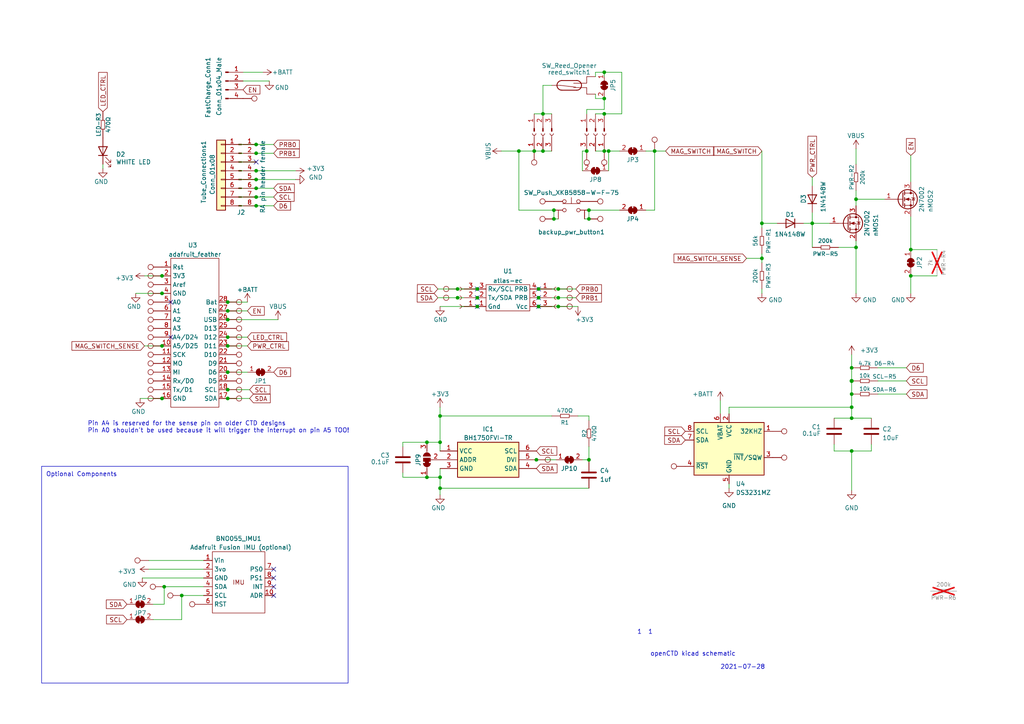
<source format=kicad_sch>
(kicad_sch (version 20231120) (generator "eeschema") (generator_version "8.0")
  (paper "A4")
  (junction (at 127.635 141.605))
  (junction (at 66.04 90.17))
  (junction (at 132.715 83.82))
  (junction (at 66.04 92.71))
  (junction (at 156.21 86.36))
  (junction (at 123.825 138.43))
  (junction (at 127.635 138.43))
  (junction (at 160.655 63.5))
  (junction (at 175.26 43.815))
  (junction (at 66.04 113.03))
  (junction (at 127.635 120.65))
  (junction (at 157.48 43.815))
  (junction (at 46.99 80.01))
  (junction (at 66.04 107.95))
  (junction (at 176.53 43.815))
  (junction (at 264.16 72.39))
  (junction (at 220.98 64.77))
  (junction (at 175.26 28.575))
  (junction (at 74.295 44.45))
  (junction (at 155.575 133.35))
  (junction (at 247.015 110.49) (diameter 1.016))
  (junction (at 74.295 49.53))
  (junction (at 170.815 60.96))
  (junction (at 150.495 43.815))
  (junction (at 170.815 133.35))
  (junction (at 74.295 41.91))
  (junction (at 46.99 85.09))
  (junction (at 52.705 172.72))
  (junction (at 66.04 97.79))
  (junction (at 247.015 121.285))
  (junction (at 156.21 83.82))
  (junction (at 138.43 83.82))
  (junction (at 74.295 57.15))
  (junction (at 247.015 130.81))
  (junction (at 157.48 33.02))
  (junction (at 154.94 43.815))
  (junction (at 175.26 20.955))
  (junction (at 66.04 100.33))
  (junction (at 66.04 87.63))
  (junction (at 127.635 128.27))
  (junction (at 175.26 33.02))
  (junction (at 66.04 115.57))
  (junction (at 170.815 63.5))
  (junction (at 161.925 86.36))
  (junction (at 138.43 86.36))
  (junction (at 247.015 118.11))
  (junction (at 47.625 170.18))
  (junction (at 123.825 128.27))
  (junction (at 74.295 59.69))
  (junction (at 46.99 115.57))
  (junction (at 220.98 74.93))
  (junction (at 189.865 43.815))
  (junction (at 156.21 88.9))
  (junction (at 247.015 106.68))
  (junction (at 46.99 100.33))
  (junction (at 161.925 83.82))
  (junction (at 74.295 54.61))
  (junction (at 74.295 52.07))
  (junction (at 132.715 86.36))
  (junction (at 160.655 60.96))
  (junction (at 235.585 64.77))
  (junction (at 170.18 43.815))
  (junction (at 264.16 80.01))
  (junction (at 138.43 88.9))
  (junction (at 248.285 57.785))
  (junction (at 247.015 114.3))
  (junction (at 161.925 88.9))
  (junction (at 248.285 71.755))
  (no_connect (at 79.375 170.18))
  (no_connect (at 74.295 46.99))
  (no_connect (at 156.21 83.82))
  (no_connect (at 79.375 165.1))
  (no_connect (at 156.21 86.36))
  (no_connect (at 138.43 86.36))
  (no_connect (at 49.53 87.63))
  (no_connect (at 49.53 97.79))
  (no_connect (at 79.375 167.64))
  (no_connect (at 138.43 88.9))
  (no_connect (at 138.43 83.82))
  (no_connect (at 79.375 172.72))
  (no_connect (at 156.21 88.9))
  (wire (pts (xy 264.16 52.705) (xy 264.16 45.085)))
  (wire (pts (xy 247.015 102.87) (xy 247.015 106.68)))
  (wire (pts (xy 132.715 83.82) (xy 138.43 83.82)))
  (wire (pts (xy 172.72 28.575) (xy 172.72 27.305)))
  (wire (pts (xy 150.495 60.96) (xy 150.495 43.815)))
  (wire (pts (xy 74.295 52.07) (xy 69.215 52.07)))
  (wire (pts (xy 252.73 130.81) (xy 247.015 130.81)))
  (wire (pts (xy 220.98 66.04) (xy 220.98 64.77)))
  (wire (pts (xy 79.375 44.45) (xy 74.295 44.45)))
  (wire (pts (xy 52.705 172.72) (xy 59.055 172.72)))
  (wire (pts (xy 123.825 128.27) (xy 127.635 128.27)))
  (wire (pts (xy 220.98 43.815) (xy 220.98 64.77)))
  (wire (pts (xy 161.925 83.82) (xy 167.005 83.82)))
  (wire (pts (xy 235.585 64.77) (xy 240.665 64.77)))
  (wire (pts (xy 176.53 49.53) (xy 176.53 43.815)))
  (wire (pts (xy 241.935 121.285) (xy 247.015 121.285)))
  (wire (pts (xy 80.645 92.71) (xy 66.04 92.71)))
  (wire (pts (xy 254.635 106.68) (xy 262.89 106.68)))
  (wire (pts (xy 264.16 62.865) (xy 264.16 72.39)))
  (wire (pts (xy 247.015 114.3) (xy 247.015 118.11)))
  (wire (pts (xy 41.275 167.64) (xy 59.055 167.64)))
  (wire (pts (xy 154.94 33.02) (xy 157.48 33.02)))
  (wire (pts (xy 74.295 57.15) (xy 69.215 57.15)))
  (wire (pts (xy 216.535 74.93) (xy 220.98 74.93)))
  (wire (pts (xy 248.285 71.755) (xy 248.285 69.85)))
  (wire (pts (xy 74.295 49.53) (xy 69.215 49.53)))
  (wire (pts (xy 189.865 60.96) (xy 189.865 43.815)))
  (wire (pts (xy 187.325 43.815) (xy 189.865 43.815)))
  (wire (pts (xy 211.455 140.335) (xy 211.455 141.605)))
  (wire (pts (xy 264.16 85.09) (xy 264.16 80.01)))
  (wire (pts (xy 127.635 120.65) (xy 127.635 128.27)))
  (wire (pts (xy 161.925 86.36) (xy 167.005 86.36)))
  (wire (pts (xy 66.04 115.57) (xy 72.39 115.57)))
  (wire (pts (xy 175.26 20.955) (xy 175.26 22.225)))
  (wire (pts (xy 156.21 88.9) (xy 161.925 88.9)))
  (wire (pts (xy 235.585 51.435) (xy 235.585 53.975)))
  (wire (pts (xy 233.045 64.77) (xy 235.585 64.77)))
  (wire (pts (xy 243.205 71.755) (xy 248.285 71.755)))
  (wire (pts (xy 247.015 121.285) (xy 252.73 121.285)))
  (wire (pts (xy 175.26 20.955) (xy 180.34 20.955)))
  (wire (pts (xy 170.815 63.5) (xy 170.815 60.96)))
  (wire (pts (xy 74.295 41.91) (xy 69.215 41.91)))
  (wire (pts (xy 220.98 85.09) (xy 220.98 83.82)))
  (wire (pts (xy 170.815 129.54) (xy 170.815 133.35)))
  (wire (pts (xy 79.375 57.15) (xy 74.295 57.15)))
  (wire (pts (xy 47.625 175.26) (xy 44.45 175.26)))
  (wire (pts (xy 74.295 59.69) (xy 69.215 59.69)))
  (wire (pts (xy 175.26 28.575) (xy 175.26 31.75)))
  (wire (pts (xy 248.285 57.785) (xy 248.285 55.245)))
  (wire (pts (xy 79.375 59.69) (xy 74.295 59.69)))
  (wire (pts (xy 167.64 120.65) (xy 170.815 120.65)))
  (wire (pts (xy 74.295 44.45) (xy 69.215 44.45)))
  (wire (pts (xy 247.015 130.81) (xy 241.935 130.81)))
  (wire (pts (xy 52.705 179.705) (xy 52.705 172.72)))
  (wire (pts (xy 85.725 52.07) (xy 74.295 52.07)))
  (wire (pts (xy 127.635 141.605) (xy 127.635 143.51)))
  (wire (pts (xy 154.94 43.815) (xy 157.48 43.815)))
  (wire (pts (xy 211.455 118.11) (xy 211.455 120.015)))
  (wire (pts (xy 41.91 100.33) (xy 46.99 100.33)))
  (wire (pts (xy 116.84 137.16) (xy 116.84 138.43)))
  (wire (pts (xy 168.91 49.53) (xy 168.91 43.815)))
  (wire (pts (xy 40.64 115.57) (xy 46.99 115.57)))
  (wire (pts (xy 157.48 24.765) (xy 160.02 24.765)))
  (wire (pts (xy 150.495 60.96) (xy 160.655 60.96)))
  (wire (pts (xy 41.91 80.01) (xy 46.99 80.01)))
  (wire (pts (xy 127.635 138.43) (xy 127.635 141.605)))
  (wire (pts (xy 43.18 165.1) (xy 59.055 165.1)))
  (wire (pts (xy 127.635 120.65) (xy 160.02 120.65)))
  (wire (pts (xy 39.37 85.09) (xy 46.99 85.09)))
  (wire (pts (xy 47.625 170.18) (xy 59.055 170.18)))
  (wire (pts (xy 187.325 60.96) (xy 189.865 60.96)))
  (wire (pts (xy 127.635 88.9) (xy 138.43 88.9)))
  (wire (pts (xy 172.72 33.02) (xy 175.26 33.02)))
  (wire (pts (xy 248.285 57.785) (xy 256.54 57.785)))
  (wire (pts (xy 74.295 46.99) (xy 69.215 46.99)))
  (wire (pts (xy 145.415 43.815) (xy 150.495 43.815)))
  (wire (pts (xy 211.455 118.11) (xy 247.015 118.11)))
  (wire (pts (xy 29.845 48.895) (xy 29.845 47.625)))
  (wire (pts (xy 66.04 107.95) (xy 71.755 107.95)))
  (wire (pts (xy 247.015 118.11) (xy 247.015 121.285)))
  (wire (pts (xy 132.715 86.36) (xy 138.43 86.36)))
  (wire (pts (xy 157.48 33.02) (xy 160.02 33.02)))
  (wire (pts (xy 43.18 162.56) (xy 59.055 162.56)))
  (wire (pts (xy 248.285 85.09) (xy 248.285 71.755)))
  (wire (pts (xy 74.295 54.61) (xy 69.215 54.61)))
  (wire (pts (xy 170.815 141.605) (xy 127.635 141.605)))
  (wire (pts (xy 241.935 128.905) (xy 241.935 130.81)))
  (wire (pts (xy 248.285 47.625) (xy 248.285 43.18)))
  (wire (pts (xy 264.16 80.01) (xy 271.78 80.01)))
  (wire (pts (xy 123.825 138.43) (xy 127.635 138.43)))
  (wire (pts (xy 66.04 90.17) (xy 71.755 90.17)))
  (wire (pts (xy 66.04 113.03) (xy 72.39 113.03)))
  (wire (pts (xy 156.21 86.36) (xy 161.925 86.36)))
  (wire (pts (xy 179.705 60.96) (xy 170.815 60.96)))
  (wire (pts (xy 220.98 64.77) (xy 225.425 64.77)))
  (wire (pts (xy 220.98 76.2) (xy 220.98 74.93)))
  (wire (pts (xy 172.72 43.815) (xy 175.26 43.815)))
  (wire (pts (xy 156.21 83.82) (xy 161.925 83.82)))
  (wire (pts (xy 116.84 128.27) (xy 123.825 128.27)))
  (wire (pts (xy 252.73 128.905) (xy 252.73 130.81)))
  (wire (pts (xy 247.015 110.49) (xy 247.015 114.3)))
  (wire (pts (xy 79.375 54.61) (xy 74.295 54.61)))
  (wire (pts (xy 127 83.82) (xy 132.715 83.82)))
  (wire (pts (xy 116.84 138.43) (xy 123.825 138.43)))
  (wire (pts (xy 169.545 63.5) (xy 170.815 63.5)))
  (wire (pts (xy 170.18 31.75) (xy 170.18 33.02)))
  (wire (pts (xy 116.84 129.54) (xy 116.84 128.27)))
  (wire (pts (xy 175.26 43.815) (xy 176.53 43.815)))
  (wire (pts (xy 78.105 23.495) (xy 70.485 23.495)))
  (wire (pts (xy 172.72 20.955) (xy 175.26 20.955)))
  (wire (pts (xy 155.575 133.35) (xy 161.29 133.35)))
  (wire (pts (xy 172.72 20.955) (xy 172.72 22.225)))
  (wire (pts (xy 235.585 64.77) (xy 235.585 61.595)))
  (wire (pts (xy 168.91 133.35) (xy 170.815 133.35)))
  (wire (pts (xy 127 86.36) (xy 132.715 86.36)))
  (wire (pts (xy 167.64 88.9) (xy 161.925 88.9)))
  (wire (pts (xy 76.2 20.955) (xy 70.485 20.955)))
  (wire (pts (xy 66.04 97.79) (xy 71.755 97.79)))
  (wire (pts (xy 175.26 31.75) (xy 170.18 31.75)))
  (wire (pts (xy 189.865 43.815) (xy 193.04 43.815)))
  (wire (pts (xy 180.34 33.02) (xy 175.26 33.02)))
  (wire (pts (xy 271.78 72.39) (xy 264.16 72.39)))
  (wire (pts (xy 127.635 118.11) (xy 127.635 120.65)))
  (wire (pts (xy 79.375 41.91) (xy 74.295 41.91)))
  (wire (pts (xy 150.495 43.815) (xy 154.94 43.815)))
  (wire (pts (xy 248.285 57.785) (xy 248.285 59.69)))
  (wire (pts (xy 85.725 49.53) (xy 74.295 49.53)))
  (wire (pts (xy 44.45 179.705) (xy 52.705 179.705)))
  (wire (pts (xy 168.91 43.815) (xy 170.18 43.815)))
  (wire (pts (xy 254.635 114.3) (xy 262.89 114.3)))
  (wire (pts (xy 157.48 43.815) (xy 160.02 43.815)))
  (wire (pts (xy 235.585 71.755) (xy 235.585 64.77)))
  (wire (pts (xy 254.635 110.49) (xy 262.89 110.49)))
  (wire (pts (xy 180.34 20.955) (xy 180.34 33.02)))
  (wire (pts (xy 127.635 128.27) (xy 127.635 130.81)))
  (wire (pts (xy 161.925 63.5) (xy 160.655 63.5)))
  (wire (pts (xy 220.98 73.66) (xy 220.98 74.93)))
  (wire (pts (xy 247.015 130.81) (xy 247.015 142.24)))
  (wire (pts (xy 247.015 106.68) (xy 247.015 110.49)))
  (wire (pts (xy 157.48 24.765) (xy 157.48 33.02)))
  (wire (pts (xy 175.26 28.575) (xy 172.72 28.575)))
  (wire (pts (xy 47.625 170.18) (xy 47.625 175.26)))
  (wire (pts (xy 66.04 87.63) (xy 71.755 87.63)))
  (wire (pts (xy 208.915 116.205) (xy 208.915 120.015)))
  (wire (pts (xy 170.815 120.65) (xy 170.815 121.92)))
  (wire (pts (xy 170.815 133.35) (xy 170.815 133.985)))
  (wire (pts (xy 160.655 63.5) (xy 160.655 60.96)))
  (wire (pts (xy 176.53 43.815) (xy 179.705 43.815)))
  (wire (pts (xy 66.04 100.33) (xy 71.755 100.33)))
  (wire (pts (xy 127.635 135.89) (xy 127.635 138.43)))
  (rectangle (start 12.065 135.255) (end 100.965 198.12))
  (text "2021-07-28" (at 208.915 194.31 0) (effects (font (size 1.27 1.27)) (justify left bottom)))
  (text "1" (at 184.785 184.15 0) (effects (font (size 1.27 1.27)) (justify left bottom)))
  (text "openCTD kicad schematic" (at 188.595 190.5 0) (effects (font (size 1.27 1.27)) (justify left bottom)))
  (text "Optional Components" (at 13.335 138.43 0) (effects (font (size 1.27 1.27)) (justify left bottom)))
  (text "Pin A4 is reserved for the sense pin on older CTD designs\nPin A0 shouldn't be used because it will trigger the interrupt on pin A5 TOO!" (at 25.4 125.73 0) (effects (font (size 1.27 1.27)) (justify left bottom)))
  (text "1" (at 187.96 184.15 0) (effects (font (size 1.27 1.27)) (justify left bottom)))
  (global_label "SCL" (shape input) (at 198.755 125.095 180) (property "Intersheetrefs" "${INTERSHEET_REFS}" (effects (hide yes))))
  (global_label "D6" (shape input) (at 79.375 107.95 0) (property "Intersheetrefs" "${INTERSHEET_REFS}" (effects (hide yes))))
  (global_label "SDA" (shape input) (at 36.83 175.26 180) (property "Intersheetrefs" "${INTERSHEET_REFS}" (effects (hide yes))))
  (global_label "MAG_SWITCH" (shape input) (at 220.98 43.815 180) (property "Intersheetrefs" "${INTERSHEET_REFS}" (effects (hide yes))))
  (global_label "PWR_CTRL" (shape input) (at 235.585 51.435 90) (property "Intersheetrefs" "${INTERSHEET_REFS}" (effects (hide yes))))
  (global_label "MAG_SWITCH" (shape input) (at 193.04 43.815 0) (property "Intersheetrefs" "${INTERSHEET_REFS}" (effects (hide yes))))
  (global_label "SDA" (shape input) (at 79.375 54.61 0) (property "Intersheetrefs" "${INTERSHEET_REFS}" (effects (hide yes))))
  (global_label "SDA" (shape input) (at 127 86.36 180) (property "Intersheetrefs" "${INTERSHEET_REFS}" (effects (hide yes))))
  (global_label "D6" (shape input) (at 262.89 106.68 0) (property "Intersheetrefs" "${INTERSHEET_REFS}" (effects (hide yes))))
  (global_label "SCL" (shape input) (at 155.575 130.81 0) (property "Intersheetrefs" "${INTERSHEET_REFS}" (effects (hide yes))))
  (global_label "EN" (shape input) (at 71.755 90.17 0) (property "Intersheetrefs" "${INTERSHEET_REFS}" (effects (hide yes))))
  (global_label "SCL" (shape input) (at 72.39 113.03 0) (property "Intersheetrefs" "${INTERSHEET_REFS}" (effects (hide yes))))
  (global_label "PRB0" (shape input) (at 167.005 83.82 0) (property "Intersheetrefs" "${INTERSHEET_REFS}" (effects (hide yes))))
  (global_label "SDA" (shape input) (at 198.755 127.635 180) (property "Intersheetrefs" "${INTERSHEET_REFS}" (effects (hide yes))))
  (global_label "EN" (shape input) (at 70.485 26.035 0) (property "Intersheetrefs" "${INTERSHEET_REFS}" (effects (hide yes))))
  (global_label "PWR_CTRL" (shape input) (at 71.755 100.33 0) (property "Intersheetrefs" "${INTERSHEET_REFS}" (effects (hide yes))))
  (global_label "SDA" (shape input) (at 72.39 115.57 0) (property "Intersheetrefs" "${INTERSHEET_REFS}" (effects (hide yes))))
  (global_label "LED_CTRL" (shape input) (at 71.755 97.79 0) (property "Intersheetrefs" "${INTERSHEET_REFS}" (effects (hide yes))))
  (global_label "MAG_SWITCH_SENSE" (shape input) (at 216.535 74.93 180) (property "Intersheetrefs" "${INTERSHEET_REFS}" (effects (hide yes))))
  (global_label "SCL" (shape input) (at 79.375 57.15 0) (property "Intersheetrefs" "${INTERSHEET_REFS}" (effects (hide yes))))
  (global_label "SDA" (shape input) (at 262.89 114.3 0) (property "Intersheetrefs" "${INTERSHEET_REFS}" (effects (hide yes))))
  (global_label "PRB1" (shape input) (at 167.005 86.36 0) (property "Intersheetrefs" "${INTERSHEET_REFS}" (effects (hide yes))))
  (global_label "PRB0" (shape input) (at 79.375 41.91 0) (property "Intersheetrefs" "${INTERSHEET_REFS}" (effects (hide yes))))
  (global_label "PRB1" (shape input) (at 79.375 44.45 0) (property "Intersheetrefs" "${INTERSHEET_REFS}" (effects (hide yes))))
  (global_label "LED_CTRL" (shape input) (at 29.845 32.385 90) (property "Intersheetrefs" "${INTERSHEET_REFS}" (effects (hide yes))))
  (global_label "SDA" (shape input) (at 155.575 135.89 0) (property "Intersheetrefs" "${INTERSHEET_REFS}" (effects (hide yes))))
  (global_label "SCL" (shape input) (at 36.83 179.705 180) (property "Intersheetrefs" "${INTERSHEET_REFS}" (effects (hide yes))))
  (global_label "MAG_SWITCH_SENSE" (shape input) (at 41.91 100.33 180) (property "Intersheetrefs" "${INTERSHEET_REFS}" (effects (hide yes))))
  (global_label "D6" (shape input) (at 79.375 59.69 0) (property "Intersheetrefs" "${INTERSHEET_REFS}" (effects (hide yes))))
  (global_label "EN" (shape input) (at 264.16 45.085 90) (property "Intersheetrefs" "${INTERSHEET_REFS}" (effects (hide yes))))
  (global_label "SCL" (shape input) (at 262.89 110.49 0) (property "Intersheetrefs" "${INTERSHEET_REFS}" (effects (hide yes))))
  (global_label "SCL" (shape input) (at 127 83.82 180) (property "Intersheetrefs" "${INTERSHEET_REFS}" (effects (hide yes))))
  (symbol (lib_id "OPL_Resistor:DIP-RES-1K-5%-1_4W_PR-D2.3XL6.5MM_") (at 239.395 71.755 0) (unit 1)
    (property "Reference" "PWR-R5" (at 239.395 73.66 0) (effects (font (size 1.143 1.143))))
    (property "Value" "200k" (at 239.395 69.85 0) (effects (font (size 1.143 1.143))))
    (property "Footprint" "Resistor_SMD:R_0402_1005Metric" (effects (hide yes)))
    (property "LCSC Part" "C25764" (effects (hide yes)))
  )
  (symbol (lib_id "OPL_Resistor:DIP-RES-1K-5%-1_4W_PR-D2.3XL6.5MM_") (at 220.98 80.01 90) (unit 1)
    (property "Reference" "PWR-R3" (at 222.885 80.01 0) (effects (font (size 1.143 1.143))))
    (property "Value" "200k" (at 219.075 80.01 0) (effects (font (size 1.143 1.143))))
    (property "Footprint" "Resistor_SMD:R_0402_1005Metric" (effects (hide yes)))
    (property "LCSC Part" "C25764" (effects (hide yes)))
  )
  (symbol (lib_id "Connector:TestPoint") (at 59.055 175.26 90) (unit 1) (in_bom no)
    (property "Reference" "TP42" (effects (hide yes)))
    (property "Footprint" "Generic_Stuff:test.point_single_pad_0.8" (effects (hide yes)))
  )
  (symbol (lib_id "power:GND") (at 264.16 85.09 0) (unit 1)
    (property "Reference" "#PWR011" (effects (hide yes)))
    (property "Value" "GND" (at 258.445 86.995 0) (effects (justify left)))
  )
  (symbol (lib_id "Connector:TestPoint") (at 70.485 28.575 270) (unit 1) (in_bom no)
    (property "Reference" "TP46" (effects (hide yes)))
    (property "Footprint" "Generic_Stuff:test.point_single_pad_0.8" (effects (hide yes)))
  )
  (symbol (lib_id "Connector:TestPoint") (at 132.715 86.36 90) (unit 1) (in_bom no)
    (property "Reference" "TP13" (effects (hide yes)))
    (property "Footprint" "Generic_Stuff:test.point_single_pad_0.8" (effects (hide yes)))
  )
  (symbol (lib_id "Connector:TestPoint") (at 66.04 107.95 270) (unit 1) (in_bom no)
    (property "Reference" "TP9" (effects (hide yes)))
    (property "Footprint" "Generic_Stuff:test.point_single_pad_0.8" (effects (hide yes)))
  )
  (symbol (lib_id "power:GND") (at 40.64 115.57 0) (unit 1)
    (property "Reference" "#PWR019" (effects (hide yes)))
    (property "Value" "GND" (at 38.1 119.38 0) (effects (justify left)))
  )
  (symbol (lib_id "Connector:TestPoint") (at 46.99 90.17 90) (unit 1) (in_bom no)
    (property "Reference" "TP26" (effects (hide yes)))
    (property "Footprint" "Generic_Stuff:test.point_single_pad_0.8" (effects (hide yes)))
  )
  (symbol (lib_id "Diode:1N4001") (at 235.585 57.785 270) (mirror x) (unit 1)
    (property "Reference" "D3" (at 233.045 59.055 0) (effects (justify left)))
    (property "Value" "1N4148W" (at 238.76 61.595 0) (effects (justify left)))
    (property "Footprint" "Diode_SMD:D_SOD-123" (effects (hide yes)))
    (property "Datasheet" "http://www.vishay.com/docs/88503/1n4001.pdf" (effects (hide yes)))
    (property "Sim.Device" "D" (effects (hide yes)))
    (property "Sim.Pins" "1=K 2=A" (effects (hide yes)))
    (property "LCSC Part" "C81598" (effects (hide yes)))
  )
  (symbol (lib_id "power:GND") (at 29.845 48.895 0) (unit 1)
    (property "Reference" "#PWR018" (effects (hide yes)))
    (property "Value" "GND" (at 27.305 52.705 0) (effects (justify left)))
  )
  (symbol (lib_id "power:GND") (at 248.285 85.09 0) (unit 1)
    (property "Reference" "#PWR024" (effects (hide yes)))
    (property "Value" "GND" (at 250.19 86.995 0) (effects (justify left)))
  )
  (symbol (lib_id "Connector:TestPoint") (at 46.99 113.03 90) (unit 1) (in_bom no)
    (property "Reference" "TP35" (effects (hide yes)))
    (property "Footprint" "Generic_Stuff:test.point_single_pad_0.8" (effects (hide yes)))
  )
  (symbol (lib_id "Connector:TestPoint") (at 224.155 125.095 270) (unit 1) (in_bom no)
    (property "Reference" "TP39" (effects (hide yes)))
    (property "Footprint" "Generic_Stuff:test.point_single_pad_0.8" (effects (hide yes)))
  )
  (symbol (lib_id "Connector:TestPoint") (at 43.18 162.56 90) (unit 1) (in_bom no)
    (property "Reference" "TP40" (effects (hide yes)))
    (property "Footprint" "Generic_Stuff:test.point_single_pad_0.8" (effects (hide yes)))
  )
  (symbol (lib_id "Jumper:SolderJumper_2_Bridged") (at 264.16 76.2 90) (mirror x) (unit 1) (in_bom no)
    (property "Reference" "JP2" (at 266.7 76.2 0))
    (property "Value" "SolderJumper_2_Bridged" (effects (hide yes)))
    (property "Footprint" "Generic_Stuff:Cuttable_SolderJumper-2_P1.3mm_Bridged_RoundedPad1.0x1.5mm" (effects (hide yes)))
  )
  (symbol (lib_id "Connector:TestPoint") (at 46.99 95.25 90) (unit 1) (in_bom no)
    (property "Reference" "TP28" (effects (hide yes)))
    (property "Footprint" "Generic_Stuff:test.point_single_pad_0.8" (effects (hide yes)))
  )
  (symbol (lib_id "local_library:atlas-ec") (at 147.32 81.28 0) (unit 1) (in_bom no)
    (property "Reference" "U1" (at 147.32 78.6342 0))
    (property "Value" "atlas-ec" (at 147.32 81.4093 0))
    (property "Footprint" "EZO_EC_Chip:Atlas_EC_Silkscreen_Only" (effects (hide yes)))
  )
  (symbol (lib_id "Jumper:SolderJumper_2_Bridged") (at 175.26 24.765 90) (mirror x) (unit 1) (in_bom no)
    (property "Reference" "JP5" (at 177.8 24.765 0))
    (property "Value" "SolderJumper_2_Bridged" (effects (hide yes)))
    (property "Footprint" "Generic_Stuff:Cuttable_SolderJumper-2_P1.3mm_Bridged_RoundedPad1.0x1.5mm" (effects (hide yes)))
  )
  (symbol (lib_id "Connector:TestPoint") (at 46.99 85.09 90) (unit 1) (in_bom no)
    (property "Reference" "TP24" (effects (hide yes)))
    (property "Footprint" "Generic_Stuff:test.point_single_pad_0.8" (effects (hide yes)))
  )
  (symbol (lib_id "power:GND") (at 127.635 88.9 0) (unit 1)
    (property "Reference" "#PWR04" (effects (hide yes)))
    (property "Value" "GND" (at 125.73 92.71 0) (effects (justify left)))
  )
  (symbol (lib_id "Connector:TestPoint") (at 154.94 43.815 180) (unit 1) (in_bom no)
    (property "Reference" "TP45" (effects (hide yes)))
    (property "Footprint" "Generic_Stuff:test.point_single_pad_0.8" (effects (hide yes)))
  )
  (symbol (lib_id "power:+BATT") (at 76.2 20.955 270) (mirror x) (unit 1)
    (property "Reference" "#PWR013" (effects (hide yes)))
    (property "Value" "+BATT" (at 81.915 20.955 90))
  )
  (symbol (lib_id "Connector:TestPoint") (at 160.655 63.5 90) (unit 1) (in_bom no)
    (property "Reference" "TP49" (effects (hide yes)))
    (property "Footprint" "Generic_Stuff:test.point_single_pad_0.8" (effects (hide yes)))
  )
  (symbol (lib_id "Connector:TestPoint") (at 66.04 90.17 270) (unit 1) (in_bom no)
    (property "Reference" "TP2" (effects (hide yes)))
    (property "Footprint" "Generic_Stuff:test.point_single_pad_0.8" (effects (hide yes)))
  )
  (symbol (lib_id "OPL_Resistor:DIP-RES-1K-5%-1_4W_PR-D2.3XL6.5MM_") (at 248.285 51.435 270) (unit 1)
    (property "Reference" "PWR-R2" (at 247.015 51.435 0) (effects (font (size 1.143 1.143))))
    (property "Value" "200k" (at 250.19 51.435 0) (effects (font (size 1.143 1.143))))
    (property "Footprint" "Resistor_SMD:R_0402_1005Metric" (effects (hide yes)))
    (property "LCSC Part" "C25764" (effects (hide yes)))
  )
  (symbol (lib_id "Connector:TestPoint") (at 66.04 92.71 270) (unit 1) (in_bom no)
    (property "Reference" "TP3" (effects (hide yes)))
    (property "Footprint" "Generic_Stuff:test.point_single_pad_0.8" (effects (hide yes)))
  )
  (symbol (lib_id "Connector:TestPoint") (at 224.155 132.715 270) (unit 1) (in_bom no)
    (property "Reference" "TP38" (effects (hide yes)))
    (property "Footprint" "Generic_Stuff:test.point_single_pad_0.8" (effects (hide yes)))
  )
  (symbol (lib_id "OPL_Resistor:DIP-RES-1K-5%-1_4W_PR-D2.3XL6.5MM_") (at 170.815 125.73 270) (unit 1)
    (property "Reference" "R2" (at 169.545 125.73 0) (effects (font (size 1.143 1.143))))
    (property "Value" "470Ω" (at 172.3573 125.73 0) (effects (font (size 1.143 1.143))))
    (property "Footprint" "Resistor_SMD:R_0402_1005Metric" (effects (hide yes)))
    (property "LCSC Part" "C25117" (effects (hide yes)))
  )
  (symbol (lib_id "power:GND") (at 211.455 141.605 0) (unit 1)
    (property "Reference" "#PWR02" (effects (hide yes)))
    (property "Value" "GND" (at 211.455 146.685 0))
  )
  (symbol (lib_id "Connector:Conn_01x03_Pin") (at 172.72 38.1 90) (unit 1) (in_bom no)
    (property "Reference" "J3" (effects (hide yes)))
    (property "Value" "Conn_01x03_Pin" (effects (hide yes)))
    (property "Footprint" "Connector_PinHeader_2.54mm:PinHeader_1x03_P2.54mm_Vertical" (effects (hide yes)))
  )
  (symbol (lib_id "power:GND") (at 85.725 52.07 90) (unit 1)
    (property "Reference" "#PWR09" (effects (hide yes)))
    (property "Value" "GND" (at 89.535 51.435 90) (effects (justify right)))
  )
  (symbol (lib_id "Connector:TestPoint") (at 46.99 107.95 90) (unit 1) (in_bom no)
    (property "Reference" "TP33" (effects (hide yes)))
    (property "Footprint" "Generic_Stuff:test.point_single_pad_0.8" (effects (hide yes)))
  )
  (symbol (lib_id "power:GND") (at 127.635 143.51 0) (unit 1)
    (property "Reference" "#PWR027" (effects (hide yes)))
    (property "Value" "GND" (at 125.095 147.32 0) (effects (justify left)))
  )
  (symbol (lib_id "Connector:Conn_01x03_Socket") (at 161.29 86.36 0) (unit 1)
    (property "Reference" "EC_Conn_B5" (effects (hide yes)))
    (property "Value" "Conn_01x03_Female" (effects (hide yes)))
    (property "Footprint" "Generic_Stuff:PinSocket_1x03_P2.54mm_Vertical_JLCPCB" (effects (hide yes)))
    (property "LCSC Part" "C2758343" (effects (hide yes)))
  )
  (symbol (lib_id "Connector:TestPoint") (at 66.04 102.87 270) (unit 1) (in_bom no)
    (property "Reference" "TP7" (effects (hide yes)))
    (property "Footprint" "Generic_Stuff:test.point_single_pad_0.8" (effects (hide yes)))
  )
  (symbol (lib_id "Diode:1N4001") (at 229.235 64.77 180) (unit 1)
    (property "Reference" "D1" (at 230.505 62.23 0) (effects (justify left)))
    (property "Value" "1N4148W" (at 233.68 67.945 0) (effects (justify left)))
    (property "Footprint" "Diode_SMD:D_SOD-123" (effects (hide yes)))
    (property "Datasheet" "http://www.vishay.com/docs/88503/1n4001.pdf" (effects (hide yes)))
    (property "Sim.Device" "D" (effects (hide yes)))
    (property "Sim.Pins" "1=K 2=A" (effects (hide yes)))
    (property "LCSC Part" "C81598" (effects (hide yes)))
  )
  (symbol (lib_id "Connector:TestPoint") (at 161.925 86.36 270) (unit 1) (in_bom no)
    (property "Reference" "TP41" (effects (hide yes)))
    (property "Footprint" "Generic_Stuff:test.point_single_pad_0.8" (effects (hide yes)))
  )
  (symbol (lib_id "power:+BATT") (at 208.915 116.205 0) (unit 1)
    (property "Reference" "#PWR03" (effects (hide yes)))
    (property "Value" "+BATT" (at 203.835 114.3 0))
  )
  (symbol (lib_id "Connector:TestPoint") (at 160.655 58.42 90) (unit 1) (in_bom no)
    (property "Reference" "TP47" (effects (hide yes)))
    (property "Footprint" "Generic_Stuff:test.point_single_pad_0.8" (effects (hide yes)))
  )
  (symbol (lib_id "power:VBUS") (at 248.285 43.18 0) (unit 1)
    (property "Reference" "#PWR025" (effects (hide yes)))
    (property "Value" "VBUS" (at 248.285 39.37 0))
  )
  (symbol (lib_id "Connector:TestPoint") (at 52.705 172.72 90) (unit 1) (in_bom no)
    (property "Reference" "TP43" (effects (hide yes)))
    (property "Footprint" "Generic_Stuff:test.point_single_pad_0.8" (effects (hide yes)))
  )
  (symbol (lib_id "Jumper:SolderJumper_2_Bridged") (at 183.515 60.96 0) (mirror y) (unit 1) (in_bom no)
    (property "Reference" "JP4" (at 183.515 63.5 0))
    (property "Value" "SolderJumper_2_Bridged" (effects (hide yes)))
    (property "Footprint" "Generic_Stuff:Cuttable_SolderJumper-2_P1.3mm_Bridged_RoundedPad1.0x1.5mm" (effects (hide yes)))
  )
  (symbol (lib_id "Connector:TestPoint") (at 66.04 113.03 270) (unit 1) (in_bom no)
    (property "Reference" "TP11" (effects (hide yes)))
    (property "Footprint" "Generic_Stuff:test.point_single_pad_0.8" (effects (hide yes)))
  )
  (symbol (lib_id "local_library:adafruit_feather") (at 55.245 70.485 0) (unit 1) (in_bom no)
    (property "Reference" "U3" (at 55.88 71.12 0))
    (property "Value" "adafruit_feather" (at 56.515 73.7893 0))
    (property "Footprint" "Feather M0:Adafruit_Feather_With2MountingHoles" (effects (hide yes)))
  )
  (symbol (lib_id "Jumper:SolderJumper_2_Bridged") (at 40.64 175.26 0) (unit 1) (in_bom no)
    (property "Reference" "JP6" (at 40.64 173.355 0))
    (property "Value" "SolderJumper_2_Bridged" (effects (hide yes)))
    (property "Footprint" "Generic_Stuff:Cuttable_SolderJumper-2_P1.3mm_Bridged_RoundedPad1.0x1.5mm" (effects (hide yes)))
  )
  (symbol (lib_id "Device:C") (at 170.815 137.795 0) (unit 1)
    (property "Reference" "C4" (at 173.99 136.525 0) (effects (justify left)))
    (property "Value" "1uf" (at 173.99 139.065 0) (effects (justify left)))
    (property "Footprint" "Capacitor_SMD:C_0402_1005Metric" (effects (hide yes)))
    (property "LCSC Part" "C52923" (effects (hide yes)))
  )
  (symbol (lib_id "OPL_Resistor:DIP-RES-1K-5%-1_4W_PR-D2.3XL6.5MM_") (at 250.825 106.68 0) (unit 1)
    (property "Reference" "D6-R4" (at 256.54 105.41 0) (effects (font (size 1.143 1.143))))
    (property "Value" "4.7k" (at 250.825 105.41 0) (effects (font (size 1.143 1.143))))
    (property "Footprint" "Resistor_SMD:R_0402_1005Metric" (effects (hide yes)))
    (property "LCSC Part" "C25900" (effects (hide yes)))
  )
  (symbol (lib_id "power:GND") (at 78.105 23.495 0) (mirror y) (unit 1)
    (property "Reference" "#PWR014" (effects (hide yes)))
    (property "Value" "GND" (at 83.82 25.4 0) (effects (justify left)))
  )
  (symbol (lib_id "Transistor_FET:2N7002") (at 245.745 64.77 0) (unit 1)
    (property "Reference" "nMOS1" (at 254 68.58 90) (effects (justify left)))
    (property "Value" "2N7002" (at 251.46 68.58 90) (effects (justify left)))
    (property "Footprint" "Generic_Stuff:SOT-23_JLCPCB" (effects (hide yes)))
    (property "Datasheet" "https://www.onsemi.com/pub/Collateral/NDS7002A-D.PDF" (effects (hide yes)))
    (property "LCSC Part" "C8545" (effects (hide yes)))
  )
  (symbol (lib_id "Connector:TestPoint") (at 46.99 100.33 90) (unit 1) (in_bom no)
    (property "Reference" "TP30" (effects (hide yes)))
    (property "Footprint" "Generic_Stuff:test.point_single_pad_0.8" (effects (hide yes)))
  )
  (symbol (lib_id "Connector:TestPoint") (at 46.99 97.79 90) (unit 1) (in_bom no)
    (property "Reference" "TP29" (effects (hide yes)))
    (property "Footprint" "Generic_Stuff:test.point_single_pad_0.8" (effects (hide yes)))
  )
  (symbol (lib_id "Jumper:SolderJumper_2_Bridged") (at 40.64 179.705 0) (unit 1) (in_bom no)
    (property "Reference" "JP7" (at 40.64 177.8 0))
    (property "Value" "SolderJumper_2_Bridged" (effects (hide yes)))
    (property "Footprint" "Generic_Stuff:Cuttable_SolderJumper-2_P1.3mm_Bridged_RoundedPad1.0x1.5mm" (effects (hide yes)))
  )
  (symbol (lib_id "Connector:TestPoint") (at 132.715 83.82 90) (unit 1) (in_bom no)
    (property "Reference" "TP14" (effects (hide yes)))
    (property "Footprint" "Generic_Stuff:test.point_single_pad_0.8" (effects (hide yes)))
  )
  (symbol (lib_id "OPL_Resistor:DIP-RES-1K-5%-1_4W_PR-D2.3XL6.5MM_") (at 250.825 110.49 0) (unit 1)
    (property "Reference" "SCL-R5" (at 256.54 109.22 0) (effects (font (size 1.143 1.143))))
    (property "Value" "10k" (at 250.825 108.9477 0) (effects (font (size 1.143 1.143))))
    (property "Footprint" "Resistor_SMD:R_0402_1005Metric" (effects (hide yes)))
    (property "LCSC Part" "C25744" (effects (hide yes)))
  )
  (symbol (lib_id "power:GND") (at 247.015 142.24 0) (unit 1)
    (property "Reference" "#PWR017" (effects (hide yes)))
    (property "Value" "GND" (at 247.015 147.32 0))
  )
  (symbol (lib_id "power:GND") (at 220.98 85.09 0) (unit 1)
    (property "Reference" "#PWR016" (effects (hide yes)))
    (property "Value" "GND" (at 222.885 86.995 0) (effects (justify left)))
  )
  (symbol (lib_id "Jumper:SolderJumper_2_Bridged") (at 75.565 107.95 0) (unit 1) (in_bom no)
    (property "Reference" "JP1" (at 75.565 110.49 0))
    (property "Value" "SolderJumper_2_Bridged" (effects (hide yes)))
    (property "Footprint" "Generic_Stuff:Cuttable_SolderJumper-2_P1.3mm_Bridged_RoundedPad1.0x1.5mm" (effects (hide yes)))
  )
  (symbol (lib_id "Transistor_FET:2N7002") (at 261.62 57.785 0) (unit 1)
    (property "Reference" "nMOS2" (at 269.875 61.595 90) (effects (justify left)))
    (property "Value" "2N7002" (at 267.335 61.595 90) (effects (justify left)))
    (property "Footprint" "Generic_Stuff:SOT-23_JLCPCB" (effects (hide yes)))
    (property "Datasheet" "https://www.onsemi.com/pub/Collateral/NDS7002A-D.PDF" (effects (hide yes)))
    (property "LCSC Part" "C8545" (effects (hide yes)))
  )
  (symbol (lib_name "Conn_01x03_Socket_1") (lib_id "Connector:Conn_01x03_Socket") (at 172.72 38.735 270) (mirror x) (unit 1)
    (property "Reference" "Reed_Switch_Conn2" (effects (hide yes)))
    (property "Value" "Conn_01x03_Female_5mm_plastic_height" (effects (hide yes)))
    (property "Footprint" "Generic_Stuff:PinSocket_1x03_P2.54mm_Vertical_JLCPCB" (effects (hide yes)))
    (property "LCSC Part" "C2758343" (effects (hide yes)))
  )
  (symbol (lib_id "Connector:TestPoint") (at 46.99 77.47 90) (unit 1) (in_bom no)
    (property "Reference" "TP21" (effects (hide yes)))
    (property "Footprint" "Generic_Stuff:test.point_single_pad_0.8" (effects (hide yes)))
  )
  (symbol (lib_id "OPL_Resistor:DIP-RES-1K-5%-1_4W_PR-D2.3XL6.5MM_") (at 220.98 69.85 90) (unit 1)
    (property "Reference" "PWR-R1" (at 222.885 69.85 0) (effects (font (size 1.143 1.143))))
    (property "Value" "56k" (at 219.075 69.85 0) (effects (font (size 1.143 1.143))))
    (property "Footprint" "Resistor_SMD:R_0402_1005Metric" (effects (hide yes)))
    (property "LCSC Part" "C25796" (effects (hide yes)))
  )
  (symbol (lib_id "TSL25911FN:SW_Push_DPDT_Dual") (at 165.735 59.69 0) (unit 1)
    (property "Reference" "backup_pwr_button1" (at 165.735 67.31 0))
    (property "Value" "SW_Push_XKB5858-W-F-75" (at 165.735 55.88 0))
    (property "Footprint" "Generic_Stuff:SW_SPST_XKB5858-W-F-75" (effects (hide yes)))
    (property "LCSC Part" "C780037" (effects (hide yes)))
  )
  (symbol (lib_id "Jumper:SolderJumper_2_Bridged") (at 165.1 133.35 0) (unit 1) (in_bom no)
    (property "Reference" "JP10" (at 165.1 135.89 0))
    (property "Value" "SolderJumper_2_Bridged" (effects (hide yes)))
    (property "Footprint" "Generic_Stuff:Cuttable_SolderJumper-2_P1.3mm_Bridged_RoundedPad1.0x1.5mm" (effects (hide yes)))
  )
  (symbol (lib_id "OPL_Resistor:DIP-RES-1K-5%-1_4W_PR-D2.3XL6.5MM_") (at 250.825 114.3 0) (unit 1)
    (property "Reference" "SDA-R6" (at 256.54 113.03 0) (effects (font (size 1.143 1.143))))
    (property "Value" "10k" (at 250.825 112.7577 0) (effects (font (size 1.143 1.143))))
    (property "Footprint" "Resistor_SMD:R_0402_1005Metric" (effects (hide yes)))
    (property "LCSC Part" "C25744" (effects (hide yes)))
  )
  (symbol (lib_id "Jumper:SolderJumper_2_Bridged") (at 172.72 49.53 0) (mirror y) (unit 1) (in_bom no)
    (property "Reference" "JP8" (at 172.72 52.07 0))
    (property "Value" "SolderJumper_2_Bridged" (effects (hide yes)))
    (property "Footprint" "Generic_Stuff:Cuttable_SolderJumper-2_P1.3mm_Bridged_RoundedPad1.0x1.5mm" (effects (hide yes)))
  )
  (symbol (lib_id "Connector:TestPoint") (at 47.625 170.18 90) (unit 1) (in_bom no)
    (property "Reference" "TP44" (effects (hide yes)))
    (property "Footprint" "Generic_Stuff:test.point_single_pad_0.8" (effects (hide yes)))
  )
  (symbol (lib_id "power:+3V3") (at 127.635 118.11 0) (unit 1)
    (property "Reference" "#PWR026" (effects (hide yes)))
    (property "Value" "+3V3" (at 127.635 114.3 0))
  )
  (symbol (lib_id "Connector_Generic:Conn_01x08") (at 64.135 49.53 0) (mirror y) (unit 1) (in_bom no)
    (property "Reference" "Tube_Connections1" (at 59.055 59.055 90) (effects (justify left)))
    (property "Value" "Conn_01x08" (at 61.595 56.515 90) (effects (justify left)))
    (property "Footprint" "Molex Male 22-05-3081 Connector:SHDRRA8W62P0X254_1X8_2032X818X660P 22-05-3081" (effects (hide yes)))
  )
  (symbol (lib_id "Connector:Conn_01x03_Socket") (at 133.35 86.36 180) (unit 1)
    (property "Reference" "EC_Conn_A1" (effects (hide yes)))
    (property "Value" "Conn_01x03_Female" (effects (hide yes)))
    (property "Footprint" "Generic_Stuff:PinSocket_1x03_P2.54mm_Vertical_JLCPCB" (effects (hide yes)))
    (property "LCSC Part" "C2758343" (effects (hide yes)))
  )
  (symbol (lib_id "Device:C") (at 241.935 125.095 180) (unit 1)
    (property "Reference" "C1" (at 238.125 123.825 0) (effects (justify left)))
    (property "Value" "0.1uF" (at 238.125 125.73 0) (effects (justify left)))
    (property "Footprint" "Capacitor_SMD:C_0402_1005Metric" (effects (hide yes)))
    (property "LCSC Part" "C1525" (effects (hide yes)))
  )
  (symbol (lib_id "power:GND") (at 41.275 167.64 0) (unit 1)
    (property "Reference" "#PWR020" (effects (hide yes)))
    (property "Value" "GND" (at 35.56 169.545 0) (effects (justify left)))
  )
  (symbol (lib_id "Connector:TestPoint") (at 161.925 83.82 270) (unit 1) (in_bom no)
    (property "Reference" "TP20" (effects (hide yes)))
    (property "Footprint" "Generic_Stuff:test.point_single_pad_0.8" (effects (hide yes)))
  )
  (symbol (lib_id "Connector:TestPoint") (at 155.575 133.35 270) (unit 1) (in_bom no)
    (property "Reference" "TP16" (effects (hide yes)))
    (property "Footprint" "Generic_Stuff:test.point_single_pad_0.8" (effects (hide yes)))
  )
  (symbol (lib_id "power:+3V3") (at 41.91 80.01 90) (unit 1)
    (property "Reference" "#PWR05" (effects (hide yes)))
    (property "Value" "+3V3" (at 38.735 80.645 90) (effects (justify left)))
  )
  (symbol (lib_id "Connector:Conn_01x08_Male") (at 69.215 49.53 0) (unit 1) (in_bom no)
    (property "Reference" "J2" (at 71.12 61.595 0) (effects (justify right)))
    (property "Value" "RA pin header female" (at 76.2 40.64 90) (effects (justify right)))
    (property "Footprint" "Generic_Stuff:PinHeader_1x08_P2.54mm_Vertical" (effects (hide yes)))
  )
  (symbol (lib_id "Connector:Conn_01x03_Pin") (at 157.48 38.1 90) (unit 1) (in_bom no)
    (property "Reference" "J1" (effects (hide yes)))
    (property "Value" "Conn_01x03_Pin" (effects (hide yes)))
    (property "Footprint" "Connector_PinHeader_2.54mm:PinHeader_1x03_P2.54mm_Vertical" (effects (hide yes)))
  )
  (symbol (lib_id "Connector:TestPoint") (at 46.99 82.55 90) (unit 1) (in_bom no)
    (property "Reference" "TP23" (effects (hide yes)))
    (property "Footprint" "Generic_Stuff:test.point_single_pad_0.8" (effects (hide yes)))
  )
  (symbol (lib_id "Connector:TestPoint") (at 170.815 58.42 270) (unit 1) (in_bom no)
    (property "Reference" "TP48" (effects (hide yes)))
    (property "Footprint" "Generic_Stuff:test.point_single_pad_0.8" (effects (hide yes)))
  )
  (symbol (lib_id "Switch:SW_Reed_SPDT") (at 165.1 24.765 0) (mirror x) (unit 1) (in_bom no)
    (property "Reference" "reed_switch1" (at 165.1 20.955 0))
    (property "Value" "SW_Reed_Opener" (at 165.1 19.05 0))
    (property "Footprint" "Littelfuse:Littelfuse Reed Switch 59050-3-S" (effects (hide yes)))
  )
  (symbol (lib_id "Connector:TestPoint") (at 189.865 43.815 0) (mirror y) (unit 1) (in_bom no)
    (property "Reference" "TP18" (effects (hide yes)))
    (property "Footprint" "Generic_Stuff:test.point_single_pad_0.8" (effects (hide yes)))
  )
  (symbol (lib_id "Connector:TestPoint") (at 66.04 97.79 270) (unit 1) (in_bom no)
    (property "Reference" "TP5" (effects (hide yes)))
    (property "Footprint" "Generic_Stuff:test.point_single_pad_0.8" (effects (hide yes)))
  )
  (symbol (lib_id "Connector:TestPoint") (at 66.04 95.25 270) (unit 1) (in_bom no)
    (property "Reference" "TP4" (effects (hide yes)))
    (property "Footprint" "Generic_Stuff:test.point_single_pad_0.8" (effects (hide yes)))
  )
  (symbol (lib_id "Connector:TestPoint") (at 46.99 105.41 90) (unit 1) (in_bom no)
    (property "Reference" "TP32" (effects (hide yes)))
    (property "Footprint" "Generic_Stuff:test.point_single_pad_0.8" (effects (hide yes)))
  )
  (symbol (lib_id "OPL_Resistor:DIP-RES-1K-5%-1_4W_PR-D2.3XL6.5MM_") (at 29.845 36.195 270) (unit 1)
    (property "Reference" "LED-R3" (at 28.575 36.195 0) (effects (font (size 1.143 1.143))))
    (property "Value" "470Ω" (at 31.3873 36.195 0) (effects (font (size 1.143 1.143))))
    (property "Footprint" "Resistor_SMD:R_0402_1005Metric" (effects (hide yes)))
    (property "LCSC Part" "C25117" (effects (hide yes)))
  )
  (symbol (lib_id "Connector:TestPoint") (at 66.04 110.49 270) (unit 1) (in_bom no)
    (property "Reference" "TP10" (effects (hide yes)))
    (property "Footprint" "Generic_Stuff:test.point_single_pad_0.8" (effects (hide yes)))
  )
  (symbol (lib_id "OPL_Resistor:DIP-RES-1K-5%-1_4W_PR-D2.3XL6.5MM_") (at 271.78 76.2 90) (unit 1) (exclude_from_sim yes) (in_bom no) (dnp yes)
    (property "Reference" "PWR-R4" (at 273.685 76.2 0) (effects (font (size 1.143 1.143))))
    (property "Value" "?k" (at 269.875 76.2 0) (effects (font (size 1.143 1.143))))
    (property "Footprint" "Resistor_THT:R_Axial_DIN0204_L3.6mm_D1.6mm_P5.08mm_Horizontal" (effects (hide yes)))
    (property "LCSC Part" "C25796" (effects (hide yes)))
    (property "Sim.Enable" "0" (effects (hide yes)))
  )
  (symbol (lib_id "Device:C") (at 252.73 125.095 0) (unit 1)
    (property "Reference" "C2" (at 255.905 124.46 0) (effects (justify left)))
    (property "Value" "10uF" (at 255.905 127 0) (effects (justify left)))
    (property "Footprint" "Capacitor_SMD:C_0402_1005Metric" (effects (hide yes)))
    (property "LCSC Part" "C15525" (effects (hide yes)))
  )
  (symbol (lib_id "Connector:TestPoint") (at 46.99 87.63 90) (unit 1) (in_bom no)
    (property "Reference" "TP25" (effects (hide yes)))
    (property "Footprint" "Generic_Stuff:test.point_single_pad_0.8" (effects (hide yes)))
  )
  (symbol (lib_id "power:+BATT") (at 71.755 87.63 0) (unit 1)
    (property "Reference" "#PWR08" (effects (hide yes)))
    (property "Value" "+BATT" (at 71.755 84.0254 0))
  )
  (symbol (lib_id "Connector:TestPoint") (at 161.925 88.9 270) (unit 1) (in_bom no)
    (property "Reference" "TP19" (effects (hide yes)))
    (property "Footprint" "Generic_Stuff:test.point_single_pad_0.8" (effects (hide yes)))
  )
  (symbol (lib_id "Connector:TestPoint") (at 46.99 115.57 90) (unit 1) (in_bom no)
    (property "Reference" "TP36" (effects (hide yes)))
    (property "Footprint" "Generic_Stuff:test.point_single_pad_0.8" (effects (hide yes)))
  )
  (symbol (lib_id "OPL_Resistor:DIP-RES-1K-5%-1_4W_PR-D2.3XL6.5MM_") (at 273.685 171.45 0) (unit 1) (in_bom no) (on_board no) (dnp yes)
    (property "Reference" "PWR-R6" (at 273.685 173.355 0) (effects (font (size 1.143 1.143))))
    (property "Value" "200k" (at 273.685 169.545 0) (effects (font (size 1.143 1.143))))
    (property "Footprint" "Resistor_SMD:R_0402_1005Metric" (effects (hide yes)))
    (property "LCSC Part" "C25764" (effects (hide yes)))
  )
  (symbol (lib_id "Connector:TestPoint") (at 198.755 135.255 90) (unit 1) (in_bom no)
    (property "Reference" "TP37" (effects (hide yes)))
    (property "Footprint" "Generic_Stuff:test.point_single_pad_0.8" (effects (hide yes)))
  )
  (symbol (lib_id "Connector:TestPoint") (at 170.815 63.5 270) (unit 1) (in_bom no)
    (property "Reference" "TP50" (effects (hide yes)))
    (property "Footprint" "Generic_Stuff:test.point_single_pad_0.8" (effects (hide yes)))
  )
  (symbol (lib_id "Device:LED") (at 29.845 43.815 90) (unit 1)
    (property "Reference" "D2" (at 33.655 44.7675 90) (effects (justify right)))
    (property "Value" "WHITE LED" (at 33.655 46.99 90) (effects (justify right)))
    (property "Footprint" "LED_SMD:LED_0603_1608Metric" (effects (hide yes)))
    (property "LCSC Part" "C2290" (effects (hide yes)))
  )
  (symbol (lib_id "power:VBUS") (at 80.645 92.71 0) (unit 1)
    (property "Reference" "#PWR012" (effects (hide yes)))
    (property "Value" "VBUS" (at 80.645 88.9 0))
  )
  (symbol (lib_id "power:+3V3") (at 167.64 88.9 180) (unit 1)
    (property "Reference" "#PWR07" (effects (hide yes)))
    (property "Value" "+3V3" (at 169.545 92.71 0))
  )
  (symbol (lib_id "Connector:TestPoint") (at 170.18 43.815 180) (unit 1) (in_bom no)
    (property "Reference" "TP17" (effects (hide yes)))
    (property "Footprint" "Generic_Stuff:test.point_single_pad_0.8" (effects (hide yes)))
  )
  (symbol (lib_id "Timer_RTC:DS3231MZ") (at 211.455 130.175 0) (unit 1)
    (property "Reference" "U4" (at 213.4109 140.335 0) (effects (justify left)))
    (property "Value" "DS3231MZ" (at 213.4109 142.875 0) (effects (justify left)))
    (property "Footprint" "Generic_Stuff:SOIC-8_3.9x4.9mm_P1.27mm_JLCPCB" (effects (hide yes)))
    (property "Datasheet" "http://datasheets.maximintegrated.com/en/ds/DS3231M.pdf" (effects (hide yes)))
    (property "LCSC Part" "C107410" (effects (hide yes)))
  )
  (symbol (lib_id "Connector:Conn_01x04_Pin") (at 65.405 23.495 0) (unit 1) (in_bom no)
    (property "Reference" "FastCharge_Conn1" (at 60.325 16.51 90) (effects (justify right)))
    (property "Value" "Conn_01x04_Male" (at 63.5 16.51 90) (effects (justify right)))
    (property "Footprint" "Generic_Stuff:Molex_KK_Female_Horizontal_PinHeader_1x04" (effects (hide yes)))
  )
  (symbol (lib_id "Connector:TestPoint") (at 66.04 100.33 270) (unit 1) (in_bom no)
    (property "Reference" "TP6" (effects (hide yes)))
    (property "Footprint" "Generic_Stuff:test.point_single_pad_0.8" (effects (hide yes)))
  )
  (symbol (lib_id "power:VBUS") (at 145.415 43.815 90) (unit 1)
    (property "Reference" "#PWR01" (effects (hide yes)))
    (property "Value" "VBUS" (at 141.605 43.815 0))
  )
  (symbol (lib_id "Connector:TestPoint") (at 46.99 92.71 90) (unit 1) (in_bom no)
    (property "Reference" "TP27" (effects (hide yes)))
    (property "Footprint" "Generic_Stuff:test.point_single_pad_0.8" (effects (hide yes)))
  )
  (symbol (lib_id "Connector:TestPoint") (at 66.04 105.41 270) (unit 1) (in_bom no)
    (property "Reference" "TP8" (effects (hide yes)))
    (property "Footprint" "Generic_Stuff:test.point_single_pad_0.8" (effects (hide yes)))
  )
  (symbol (lib_id "power:+3V3") (at 85.725 49.53 270) (unit 1)
    (property "Reference" "#PWR010" (effects (hide yes)))
    (property "Value" "+3V3" (at 88.9 48.895 90) (effects (justify left)))
  )
  (symbol (lib_id "Device:C") (at 116.84 133.35 180) (unit 1)
    (property "Reference" "C3" (at 113.03 132.08 0) (effects (justify left)))
    (property "Value" "0.1uF" (at 113.03 133.985 0) (effects (justify left)))
    (property "Footprint" "Capacitor_SMD:C_0402_1005Metric" (effects (hide yes)))
    (property "LCSC Part" "C1525" (effects (hide yes)))
  )
  (symbol (lib_id "Connector:TestPoint") (at 46.99 110.49 90) (unit 1) (in_bom no)
    (property "Reference" "TP34" (effects (hide yes)))
    (property "Footprint" "Generic_Stuff:test.point_single_pad_0.8" (effects (hide yes)))
  )
  (symbol (lib_id "Connector:TestPoint") (at 46.99 102.87 90) (unit 1) (in_bom no)
    (property "Reference" "TP31" (effects (hide yes)))
    (property "Footprint" "Generic_Stuff:test.point_single_pad_0.8" (effects (hide yes)))
  )
  (symbol (lib_id "OPL_Resistor:DIP-RES-1K-5%-1_4W_PR-D2.3XL6.5MM_") (at 163.83 120.65 0) (unit 1)
    (property "Reference" "R1" (at 163.83 122.555 0) (effects (font (size 1.143 1.143))))
    (property "Value" "470Ω" (at 163.83 119.1077 0) (effects (font (size 1.143 1.143))))
    (property "Footprint" "Resistor_SMD:R_0402_1005Metric" (effects (hide yes)))
    (property "LCSC Part" "C25117" (effects (hide yes)))
  )
  (symbol (lib_id "adafruit_bno055_imu_breakout:Adafruit_BNO055_IMU_BREAKOUT") (at 69.215 168.91 0) (unit 1) (in_bom no)
    (property "Reference" "BNO055_IMU1" (at 69.215 156.21 0))
    (property "Value" "Adafruit Fusion IMU (optional)" (at 69.85 158.75 0))
    (property "Footprint" "Generic_Stuff:Adafruit BNO055 IMU fusion breakout board" (effects (hide yes)))
  )
  (symbol (lib_id "BH1750FVI:BH1750FVI-TR") (at 127.635 130.81 0) (unit 1)
    (property "Reference" "IC1" (at 141.605 124.46 0))
    (property "Value" "BH1750FVI-TR" (at 141.605 127 0))
    (property "Footprint" "LIB_BH1750FVI:WSOF6" (effects (hide yes)))
    (property "Datasheet" "https://componentsearchengine.com/Datasheets/2/BH1750FVI-TR.pdf" (effects (hide yes)))
    (property "Mouser Part Number" "755-BH1750FVI-TR" (effects (hide yes)))
    (property "Mouser Price/Stock" "https://www.mouser.co.uk/ProductDetail/ROHM-Semiconductor/BH1750FVI-TR?qs=phc6PQ%252BTPUNy88lRCs6mVA%3D%3D" (effects (hide yes)))
    (property "Manufacturer_Name" "ROHM Semiconductor" (effects (hide yes)))
    (property "Manufacturer_Part_Number" "BH1750FVI-TR" (effects (hide yes)))
    (property "LCSC Part" "C78960" (effects (hide yes)))
  )
  (symbol (lib_id "Jumper:SolderJumper_2_Bridged") (at 183.515 43.815 0) (mirror y) (unit 1) (in_bom no)
    (property "Reference" "JP3" (at 183.515 46.355 0))
    (property "Value" "SolderJumper_2_Bridged" (effects (hide yes)))
    (property "Footprint" "Generic_Stuff:Cuttable_SolderJumper-2_P1.3mm_Bridged_RoundedPad1.0x1.5mm" (effects (hide yes)))
  )
  (symbol (lib_id "Jumper:SolderJumper_3_Bridged12") (at 123.825 133.35 90) (unit 1) (in_bom no)
    (property "Reference" "JP9" (at 121.285 135.255 0) (effects (justify left)))
    (property "Value" "SolderJumper_3_Bridged12" (effects (hide yes)))
    (property "Footprint" "Jumper:SolderJumper-3_P1.3mm_Bridged12_RoundedPad1.0x1.5mm" (effects (hide yes)))
  )
  (symbol (lib_id "power:+3V3") (at 247.015 102.87 0) (unit 1)
    (property "Reference" "#PWR023" (effects (hide yes)))
    (property "Value" "+3V3" (at 252.095 101.6 0))
  )
  (symbol (lib_id "Connector:TestPoint") (at 66.04 115.57 270) (unit 1) (in_bom no)
    (property "Reference" "TP12" (effects (hide yes)))
    (property "Footprint" "Generic_Stuff:test.point_single_pad_0.8" (effects (hide yes)))
  )
  (symbol (lib_id "Connector:TestPoint") (at 46.99 80.01 90) (unit 1) (in_bom no)
    (property "Reference" "TP22" (effects (hide yes)))
    (property "Footprint" "Generic_Stuff:test.point_single_pad_0.8" (effects (hide yes)))
  )
  (symbol (lib_id "Connector:TestPoint") (at 66.04 87.63 270) (unit 1) (in_bom no)
    (property "Reference" "TP1" (effects (hide yes)))
    (property "Footprint" "Generic_Stuff:test.point_single_pad_0.8" (effects (hide yes)))
  )
  (symbol (lib_id "power:GND") (at 39.37 85.09 0) (unit 1)
    (property "Reference" "#PWR06" (effects (hide yes)))
    (property "Value" "GND" (at 36.83 88.9 0) (effects (justify left)))
  )
  (symbol (lib_id "Connector:TestPoint") (at 175.26 43.815 180) (unit 1) (in_bom no)
    (property "Reference" "TP15" (effects (hide yes)))
    (property "Footprint" "Generic_Stuff:test.point_single_pad_0.8" (effects (hide yes)))
  )
  (symbol (lib_id "power:+3V3") (at 43.18 165.1 90) (unit 1)
    (property "Reference" "#PWR021" (effects (hide yes)))
    (property "Value" "+3V3" (at 39.37 165.735 90) (effects (justify left)))
  )
  (symbol (lib_id "Connector:Conn_01x03_Socket") (at 157.48 38.735 90) (unit 1)
    (property "Reference" "Reed_Switch_Conn1" (effects (hide yes)))
    (property "Value" "Conn_01x03_Female_5mm_plastic_height" (effects (hide yes)))
    (property "Footprint" "Generic_Stuff:PinSocket_1x03_P2.54mm_Vertical_JLCPCB" (effects (hide yes)))
    (property "LCSC Part" "C2758343" (effects (hide yes)))
  )
)
</source>
